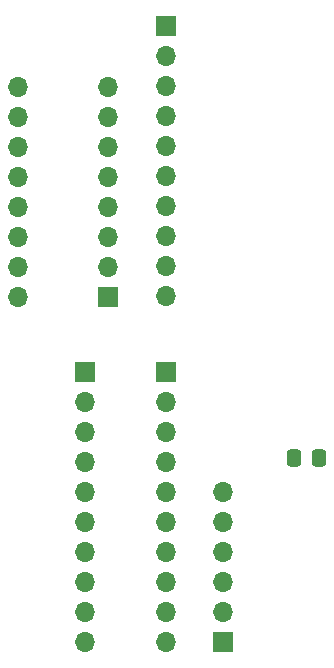
<source format=gbs>
G04 #@! TF.GenerationSoftware,KiCad,Pcbnew,8.0.5*
G04 #@! TF.CreationDate,2025-01-09T14:40:58-04:00*
G04 #@! TF.ProjectId,RAMAUXB_V2,52414d41-5558-4425-9f56-322e6b696361,rev?*
G04 #@! TF.SameCoordinates,Original*
G04 #@! TF.FileFunction,Soldermask,Bot*
G04 #@! TF.FilePolarity,Negative*
%FSLAX46Y46*%
G04 Gerber Fmt 4.6, Leading zero omitted, Abs format (unit mm)*
G04 Created by KiCad (PCBNEW 8.0.5) date 2025-01-09 14:40:58*
%MOMM*%
%LPD*%
G01*
G04 APERTURE LIST*
G04 Aperture macros list*
%AMRoundRect*
0 Rectangle with rounded corners*
0 $1 Rounding radius*
0 $2 $3 $4 $5 $6 $7 $8 $9 X,Y pos of 4 corners*
0 Add a 4 corners polygon primitive as box body*
4,1,4,$2,$3,$4,$5,$6,$7,$8,$9,$2,$3,0*
0 Add four circle primitives for the rounded corners*
1,1,$1+$1,$2,$3*
1,1,$1+$1,$4,$5*
1,1,$1+$1,$6,$7*
1,1,$1+$1,$8,$9*
0 Add four rect primitives between the rounded corners*
20,1,$1+$1,$2,$3,$4,$5,0*
20,1,$1+$1,$4,$5,$6,$7,0*
20,1,$1+$1,$6,$7,$8,$9,0*
20,1,$1+$1,$8,$9,$2,$3,0*%
G04 Aperture macros list end*
%ADD10R,1.700000X1.700000*%
%ADD11O,1.700000X1.700000*%
%ADD12RoundRect,0.250000X-0.337500X-0.475000X0.337500X-0.475000X0.337500X0.475000X-0.337500X0.475000X0*%
G04 APERTURE END LIST*
D10*
G04 #@! TO.C,J4*
X99325000Y-143725000D03*
D11*
X99325000Y-141185000D03*
X99325000Y-138645000D03*
X99325000Y-136105000D03*
X99325000Y-133565000D03*
X99325000Y-131025000D03*
G04 #@! TD*
D12*
G04 #@! TO.C,C3*
X105402500Y-128110000D03*
X107477500Y-128110000D03*
G04 #@! TD*
D10*
G04 #@! TO.C,J6*
X94550000Y-120850000D03*
D11*
X94550000Y-123390000D03*
X94550000Y-125930000D03*
X94550000Y-128470000D03*
X94550000Y-131010000D03*
X94550000Y-133550000D03*
X94550000Y-136090000D03*
X94550000Y-138630000D03*
X94550000Y-141170000D03*
X94550000Y-143710000D03*
G04 #@! TD*
D10*
G04 #@! TO.C,J2*
X89615000Y-114515000D03*
D11*
X89615000Y-111975000D03*
X89615000Y-109435000D03*
X89615000Y-106895000D03*
X89615000Y-104355000D03*
X89615000Y-101815000D03*
X89615000Y-99275000D03*
X89615000Y-96735000D03*
X81995000Y-96735000D03*
X81995000Y-99275000D03*
X81995000Y-101815000D03*
X81995000Y-104355000D03*
X81995000Y-106895000D03*
X81995000Y-109435000D03*
X81995000Y-111975000D03*
X81995000Y-114515000D03*
G04 #@! TD*
D10*
G04 #@! TO.C,J3*
X87700000Y-120855000D03*
D11*
X87700000Y-123395000D03*
X87700000Y-125935000D03*
X87700000Y-128475000D03*
X87700000Y-131015000D03*
X87700000Y-133555000D03*
X87700000Y-136095000D03*
X87700000Y-138635000D03*
X87700000Y-141175000D03*
X87700000Y-143715000D03*
G04 #@! TD*
D10*
G04 #@! TO.C,J5*
X94550000Y-91550000D03*
D11*
X94550000Y-94090000D03*
X94550000Y-96630000D03*
X94550000Y-99170000D03*
X94550000Y-101710000D03*
X94550000Y-104250000D03*
X94550000Y-106790000D03*
X94550000Y-109330000D03*
X94550000Y-111870000D03*
X94550000Y-114410000D03*
G04 #@! TD*
M02*

</source>
